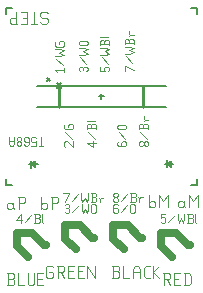
<source format=gbr>
G04 start of page 10 for group -4079 idx -4079 *
G04 Title: (unknown), topsilk *
G04 Creator: pcb 4.2.0 *
G04 CreationDate: Sun Aug 30 22:39:59 2020 UTC *
G04 For: commonadmin *
G04 Format: Gerber/RS-274X *
G04 PCB-Dimensions (mil): 1000.00 1250.00 *
G04 PCB-Coordinate-Origin: lower left *
%MOIN*%
%FSLAX25Y25*%
%LNTOPSILK*%
%ADD99C,0.0250*%
%ADD98C,0.0100*%
%ADD97C,0.0040*%
%ADD96C,0.0030*%
%ADD95C,0.0060*%
G54D95*X32672Y89543D02*X31098Y87969D01*
X32672D02*X31098Y89543D01*
G54D96*X61205Y68500D02*X61580Y68875D01*
X60605Y68500D02*X61205D01*
X60605D02*X60080Y69025D01*
Y69475D02*Y69025D01*
Y69475D02*X60605Y70000D01*
X61205D01*
X61580Y69625D02*X61205Y70000D01*
X61580Y69625D02*Y68875D01*
X59555Y68500D02*X60080Y69025D01*
X58955Y68500D02*X59555D01*
X58955D02*X58580Y68875D01*
Y69625D02*Y68875D01*
Y69625D02*X58955Y70000D01*
X59555D01*
X60080Y69475D02*X59555Y70000D01*
X61205Y70900D02*X58955Y73150D01*
X61580Y75550D02*Y74050D01*
Y75550D02*X61205Y75925D01*
X60305D02*X61205D01*
X59930Y75550D02*X60305Y75925D01*
X59930Y75550D02*Y74425D01*
X58580D02*X61580D01*
X58580Y75550D02*Y74050D01*
Y75550D02*X58955Y75925D01*
X59555D01*
X59930Y75550D02*X59555Y75925D01*
X60455Y77200D02*X61580D01*
X60455D02*X60080Y77575D01*
Y78325D02*Y77575D01*
Y76825D02*X60455Y77200D01*
X56698Y93718D02*X53698Y95218D01*
Y93343D01*
X56323Y96118D02*X54073Y98368D01*
X53698Y99268D02*X55198D01*
X56698Y99643D01*
X55198Y100393D01*
X56698Y101143D01*
X55198Y101518D01*
X53698D02*X55198D01*
X56698Y103918D02*Y102418D01*
Y103918D02*X56323Y104293D01*
X55423D02*X56323D01*
X55048Y103918D02*X55423Y104293D01*
X55048Y103918D02*Y102793D01*
X53698D02*X56698D01*
X53698Y103918D02*Y102418D01*
Y103918D02*X54073Y104293D01*
X54673D01*
X55048Y103918D02*X54673Y104293D01*
X55573Y105568D02*X56698D01*
X55573D02*X55198Y105943D01*
Y106693D02*Y105943D01*
Y105193D02*X55573Y105568D01*
X51316Y69625D02*X51691Y70000D01*
X51316Y69625D02*Y68875D01*
X51691Y68500D02*X51316Y68875D01*
X51691Y68500D02*X53941D01*
X54316Y68875D01*
X52666Y69625D02*X53041Y70000D01*
X52666Y69625D02*Y68500D01*
X54316Y69625D02*Y68875D01*
Y69625D02*X53941Y70000D01*
X53041D02*X53941D01*
Y70900D02*X51691Y73150D01*
Y74050D02*X53941D01*
X51691D02*X51316Y74425D01*
Y75175D02*Y74425D01*
Y75175D02*X51691Y75550D01*
X53941D01*
X54316Y75175D02*X53941Y75550D01*
X54316Y75175D02*Y74425D01*
X53941Y74050D02*X54316Y74425D01*
X45647Y94843D02*Y93343D01*
X47147D01*
X46772Y93718D01*
Y94468D02*Y93718D01*
Y94468D02*X47147Y94843D01*
X48272D01*
X48647Y94468D02*X48272Y94843D01*
X48647Y94468D02*Y93718D01*
X48272Y93343D02*X48647Y93718D01*
X48272Y95743D02*X46022Y97993D01*
X45647Y98893D02*X47147D01*
X48647Y99268D01*
X47147Y100018D01*
X48647Y100768D01*
X47147Y101143D01*
X45647D02*X47147D01*
X48647Y103543D02*Y102043D01*
Y103543D02*X48272Y103918D01*
X47372D02*X48272D01*
X46997Y103543D02*X47372Y103918D01*
X46997Y103543D02*Y102418D01*
X45647D02*X48647D01*
X45647Y103543D02*Y102043D01*
Y103543D02*X46022Y103918D01*
X46622D01*
X46997Y103543D02*X46622Y103918D01*
X45647Y104818D02*X48272D01*
X48647Y105193D01*
X43034Y68106D02*X41159Y69606D01*
X43034Y69981D02*Y68106D01*
X41159Y69606D02*X44159D01*
X43784Y70881D02*X41534Y73131D01*
X44159Y75531D02*Y74031D01*
Y75531D02*X43784Y75906D01*
X42884D02*X43784D01*
X42509Y75531D02*X42884Y75906D01*
X42509Y75531D02*Y74406D01*
X41159D02*X44159D01*
X41159Y75531D02*Y74031D01*
Y75531D02*X41534Y75906D01*
X42134D01*
X42509Y75531D02*X42134Y75906D01*
X41159Y76806D02*X43784D01*
X44159Y77181D01*
X38758Y93343D02*X38383Y93718D01*
Y94468D02*Y93718D01*
Y94468D02*X38758Y94843D01*
X41383Y94468D02*X41008Y94843D01*
X41383Y94468D02*Y93718D01*
X41008Y93343D02*X41383Y93718D01*
X39733Y94468D02*Y93718D01*
X38758Y94843D02*X39358D01*
X40108D02*X41008D01*
X40108D02*X39733Y94468D01*
X39358Y94843D02*X39733Y94468D01*
X41008Y95743D02*X38758Y97993D01*
X38383Y98893D02*X39883D01*
X41383Y99268D01*
X39883Y100018D01*
X41383Y100768D01*
X39883Y101143D01*
X38383D02*X39883D01*
X38758Y102043D02*X41008D01*
X38758D02*X38383Y102418D01*
Y103168D02*Y102418D01*
Y103168D02*X38758Y103543D01*
X41008D01*
X41383Y103168D02*X41008Y103543D01*
X41383Y103168D02*Y102418D01*
X41008Y102043D02*X41383Y102418D01*
X33876Y68106D02*X33501Y68481D01*
Y69606D02*Y68481D01*
Y69606D02*X33876Y69981D01*
X34626D01*
X36501Y68106D02*X34626Y69981D01*
X36501D02*Y68106D01*
X36126Y70881D02*X33876Y73131D01*
X33501Y75531D02*X33876Y75906D01*
X33501Y75531D02*Y74406D01*
X33876Y74031D02*X33501Y74406D01*
X33876Y74031D02*X36126D01*
X36501Y74406D01*
Y75531D02*Y74406D01*
Y75531D02*X36126Y75906D01*
X35376D02*X36126D01*
X35001Y75531D02*X35376Y75906D01*
X35001Y75531D02*Y74781D01*
X31030Y93283D02*X30430Y93883D01*
X33430D01*
Y94408D02*Y93283D01*
X33055Y95308D02*X30805Y97558D01*
X30430Y98458D02*X31930D01*
X33430Y98833D01*
X31930Y99583D01*
X33430Y100333D01*
X31930Y100708D01*
X30430D02*X31930D01*
X30430Y103108D02*X30805Y103483D01*
X30430Y103108D02*Y101983D01*
X30805Y101608D02*X30430Y101983D01*
X30805Y101608D02*X33055D01*
X33430Y101983D01*
Y103108D02*Y101983D01*
Y103108D02*X33055Y103483D01*
X32305D02*X33055D01*
X31930Y103108D02*X32305Y103483D01*
X31930Y103108D02*Y102358D01*
X25011Y68600D02*X26511D01*
X25761Y71600D02*Y68600D01*
X22611D02*X24111D01*
Y70100D02*Y68600D01*
Y70100D02*X23736Y69725D01*
X22986D02*X23736D01*
X22986D02*X22611Y70100D01*
Y71225D02*Y70100D01*
X22986Y71600D02*X22611Y71225D01*
X22986Y71600D02*X23736D01*
X24111Y71225D02*X23736Y71600D01*
X20586Y68600D02*X20211Y68975D01*
X20586Y68600D02*X21336D01*
X21711Y68975D02*X21336Y68600D01*
X21711Y71225D02*Y68975D01*
Y71225D02*X21336Y71600D01*
X20586Y69950D02*X20211Y70325D01*
X20586Y69950D02*X21711D01*
X20586Y71600D02*X21336D01*
X20586D02*X20211Y71225D01*
Y70325D01*
X19311Y71225D02*X18936Y71600D01*
X19311Y71225D02*Y70625D01*
X18786Y70100D01*
X18336D02*X18786D01*
X18336D02*X17811Y70625D01*
Y71225D02*Y70625D01*
X18186Y71600D02*X17811Y71225D01*
X18186Y71600D02*X18936D01*
X19311Y69575D02*X18786Y70100D01*
X19311Y69575D02*Y68975D01*
X18936Y68600D01*
X18186D02*X18936D01*
X18186D02*X17811Y68975D01*
Y69575D02*Y68975D01*
X18336Y70100D02*X17811Y69575D01*
X16911Y71600D02*Y69350D01*
X16386Y68600D01*
X15561D02*X16386D01*
X15561D02*X15036Y69350D01*
Y71600D02*Y69350D01*
Y70100D02*X16911D01*
X17575Y43935D02*X19075Y45810D01*
X17575Y43935D02*X19450D01*
X19075Y45810D02*Y42810D01*
X20350Y43185D02*X22600Y45435D01*
X23500Y42810D02*X25000D01*
X25375Y43185D01*
Y44085D02*Y43185D01*
X25000Y44460D02*X25375Y44085D01*
X23875Y44460D02*X25000D01*
X23875Y45810D02*Y42810D01*
X23500Y45810D02*X25000D01*
X25375Y45435D01*
Y44835D01*
X25000Y44460D02*X25375Y44835D01*
X26275Y45810D02*Y43185D01*
X26650Y42810D01*
G54D97*X15969Y49500D02*X16469Y49000D01*
X14969Y49500D02*X15969D01*
X14469Y49000D02*X14969Y49500D01*
X14469Y49000D02*Y48000D01*
X14969Y47500D01*
X16469Y49500D02*Y48000D01*
X16969Y47500D01*
X14969D02*X15969D01*
X16469Y48000D01*
X18669Y51500D02*Y47500D01*
X18169Y51500D02*X20169D01*
X20669Y51000D01*
Y50000D01*
X20169Y49500D02*X20669Y50000D01*
X18669Y49500D02*X20169D01*
X25969Y51500D02*Y47500D01*
Y48000D02*X26469Y47500D01*
X27469D01*
X27969Y48000D01*
Y49000D02*Y48000D01*
X27469Y49500D02*X27969Y49000D01*
X26469Y49500D02*X27469D01*
X25969Y49000D02*X26469Y49500D01*
X29669Y51500D02*Y47500D01*
X29169Y51500D02*X31169D01*
X31669Y51000D01*
Y50000D01*
X31169Y49500D02*X31669Y50000D01*
X29669Y49500D02*X31169D01*
G54D96*X33811Y48710D02*X34186Y49085D01*
X34936D01*
X35311Y48710D01*
X34936Y46085D02*X35311Y46460D01*
X34186Y46085D02*X34936D01*
X33811Y46460D02*X34186Y46085D01*
Y47735D02*X34936D01*
X35311Y48710D02*Y48110D01*
Y47360D02*Y46460D01*
Y47360D02*X34936Y47735D01*
X35311Y48110D02*X34936Y47735D01*
X36211Y46460D02*X38461Y48710D01*
X39361Y49085D02*Y47585D01*
X39736Y46085D01*
X40486Y47585D01*
X41236Y46085D01*
X41611Y47585D01*
Y49085D02*Y47585D01*
X42511Y48710D02*Y46460D01*
Y48710D02*X42886Y49085D01*
X43636D01*
X44011Y48710D01*
Y46460D01*
X43636Y46085D02*X44011Y46460D01*
X42886Y46085D02*X43636D01*
X42511Y46460D02*X42886Y46085D01*
X65811Y45822D02*X67311D01*
X65811D02*Y44322D01*
X66186Y44697D01*
X66936D01*
X67311Y44322D01*
Y43197D01*
X66936Y42822D02*X67311Y43197D01*
X66186Y42822D02*X66936D01*
X65811Y43197D02*X66186Y42822D01*
X68211Y43197D02*X70461Y45447D01*
X71361Y45822D02*Y44322D01*
X71736Y42822D01*
X72486Y44322D01*
X73236Y42822D01*
X73611Y44322D01*
Y45822D02*Y44322D01*
X74511Y42822D02*X76011D01*
X76386Y43197D01*
Y44097D02*Y43197D01*
X76011Y44472D02*X76386Y44097D01*
X74886Y44472D02*X76011D01*
X74886Y45822D02*Y42822D01*
X74511Y45822D02*X76011D01*
X76386Y45447D01*
Y44847D01*
X76011Y44472D02*X76386Y44847D01*
X77286Y45822D02*Y43197D01*
X77661Y42822D01*
G54D97*X61969Y52000D02*Y48000D01*
Y48500D02*X62469Y48000D01*
X63469D01*
X63969Y48500D01*
Y49500D02*Y48500D01*
X63469Y50000D02*X63969Y49500D01*
X62469Y50000D02*X63469D01*
X61969Y49500D02*X62469Y50000D01*
X65169Y52000D02*Y48000D01*
Y52000D02*X66669Y50000D01*
X68169Y52000D01*
Y48000D01*
X72969Y50000D02*X73469Y49500D01*
X71969Y50000D02*X72969D01*
X71469Y49500D02*X71969Y50000D01*
X71469Y49500D02*Y48500D01*
X71969Y48000D01*
X73469Y50000D02*Y48500D01*
X73969Y48000D01*
X71969D02*X72969D01*
X73469Y48500D01*
X75169Y52000D02*Y48000D01*
Y52000D02*X76669Y50000D01*
X78169Y52000D01*
Y48000D01*
G54D96*X51094Y49152D02*X51469Y48777D01*
X50344Y49152D02*X51094D01*
X49969Y48777D02*X50344Y49152D01*
X49969Y48777D02*Y46527D01*
X50344Y46152D01*
X51094Y47802D02*X51469Y47427D01*
X49969Y47802D02*X51094D01*
X50344Y46152D02*X51094D01*
X51469Y46527D01*
Y47427D02*Y46527D01*
X52369D02*X54619Y48777D01*
X55519D02*Y46527D01*
Y48777D02*X55894Y49152D01*
X56644D01*
X57019Y48777D01*
Y46527D01*
X56644Y46152D02*X57019Y46527D01*
X55894Y46152D02*X56644D01*
X55519Y46527D02*X55894Y46152D01*
X49969Y50264D02*X50344Y49889D01*
X49969Y50864D02*Y50264D01*
Y50864D02*X50494Y51389D01*
X50944D01*
X51469Y50864D01*
Y50264D01*
X51094Y49889D02*X51469Y50264D01*
X50344Y49889D02*X51094D01*
X49969Y51914D02*X50494Y51389D01*
X49969Y52514D02*Y51914D01*
Y52514D02*X50344Y52889D01*
X51094D01*
X51469Y52514D01*
Y51914D01*
X50944Y51389D02*X51469Y51914D01*
X52369Y50264D02*X54619Y52514D01*
X55519Y49889D02*X57019D01*
X57394Y50264D01*
Y51164D02*Y50264D01*
X57019Y51539D02*X57394Y51164D01*
X55894Y51539D02*X57019D01*
X55894Y52889D02*Y49889D01*
X55519Y52889D02*X57019D01*
X57394Y52514D01*
Y51914D01*
X57019Y51539D02*X57394Y51914D01*
X58669Y51014D02*Y49889D01*
Y51014D02*X59044Y51389D01*
X59794D01*
X58294D02*X58669Y51014D01*
X33686Y49770D02*X35186Y52770D01*
X33311D02*X35186D01*
X36086Y50145D02*X38336Y52395D01*
X39236Y52770D02*Y51270D01*
X39611Y49770D01*
X40361Y51270D01*
X41111Y49770D01*
X41486Y51270D01*
Y52770D02*Y51270D01*
X42386Y49770D02*X43886D01*
X44261Y50145D01*
Y51045D02*Y50145D01*
X43886Y51420D02*X44261Y51045D01*
X42761Y51420D02*X43886D01*
X42761Y52770D02*Y49770D01*
X42386Y52770D02*X43886D01*
X44261Y52395D01*
Y51795D01*
X43886Y51420D02*X44261Y51795D01*
X45536Y50895D02*Y49770D01*
Y50895D02*X45911Y51270D01*
X46661D01*
X45161D02*X45536Y50895D01*
G54D95*X69213Y62520D02*X70000D01*
X67047D02*X67835D01*
Y63701D02*Y61339D01*
X69213Y63504D02*Y61535D01*
X68228Y62520D02*X69213Y63504D01*
Y61535D02*X68228Y62520D01*
X23917Y61461D02*X22933Y62445D01*
X23917Y63429D01*
Y61461D01*
X22539Y63626D02*Y61264D01*
X21752Y62445D02*X22539D01*
X23917D02*X24705D01*
G54D98*X32008Y88543D02*Y81457D01*
X59961Y88543D02*Y81457D01*
G54D95*X24528Y88543D02*X67638D01*
X24528Y81457D02*X67638D01*
X45197Y85000D02*X46772D01*
X45984Y85787D02*Y84213D01*
X77874Y114528D02*Y112559D01*
X75906Y114528D02*X77874D01*
X14094D02*Y112559D01*
Y114528D02*X16063D01*
X77874Y57441D02*Y55472D01*
X75906D02*X77874D01*
X14094Y57441D02*Y55472D01*
X16063D01*
X28858Y90118D02*X27874Y91102D01*
X28858D02*X27874Y90118D01*
G54D99*X49925Y41480D02*Y37543D01*
X53469Y34000D01*
X49925Y42000D02*X54917D01*
X59374Y37937D02*X58980D01*
X54917Y42000D02*X58980Y37937D01*
X65925Y38980D02*Y35043D01*
X69469Y31500D01*
X65925Y39500D02*X70917D01*
X75374Y35437D02*X74980D01*
X70917Y39500D02*X74980Y35437D01*
X33925Y41480D02*Y37543D01*
X37469Y34000D01*
X33925Y42000D02*X38917D01*
X43374Y37937D02*X42980D01*
X38917Y42000D02*X42980Y37937D01*
X17925Y38980D02*Y35043D01*
X21469Y31500D01*
X17925Y39500D02*X22917D01*
X27374Y35437D02*X26980D01*
X22917Y39500D02*X26980Y35437D01*
G54D97*X26105Y109261D02*X25605Y109761D01*
X26105Y109261D02*X27605D01*
X28105Y109761D02*X27605Y109261D01*
X28105Y110761D02*Y109761D01*
Y110761D02*X27605Y111261D01*
X26105D02*X27605D01*
X26105D02*X25605Y111761D01*
Y112761D02*Y111761D01*
X26105Y113261D02*X25605Y112761D01*
X26105Y113261D02*X27605D01*
X28105Y112761D02*X27605Y113261D01*
X22405Y109261D02*X24405D01*
X23405Y113261D02*Y109261D01*
X19705Y111061D02*X21205D01*
X19205Y113261D02*X21205D01*
Y109261D01*
X19205D02*X21205D01*
X17505Y113261D02*Y109261D01*
X16005D02*X18005D01*
X16005D02*X15505Y109761D01*
Y110761D02*Y109761D01*
X16005Y111261D02*X15505Y110761D01*
X16005Y111261D02*X17505D01*
X49469Y24500D02*X51469D01*
X51969Y25000D01*
Y26200D02*Y25000D01*
X51469Y26700D02*X51969Y26200D01*
X49969Y26700D02*X51469D01*
X49969Y28500D02*Y24500D01*
X49469Y28500D02*X51469D01*
X51969Y28000D01*
Y27200D01*
X51469Y26700D02*X51969Y27200D01*
X53169Y28500D02*Y24500D01*
X55169D01*
X56369Y27500D02*Y24500D01*
Y27500D02*X57069Y28500D01*
X58169D01*
X58869Y27500D01*
Y24500D01*
X56369Y26500D02*X58869D01*
X60769Y24500D02*X62069D01*
X60069Y25200D02*X60769Y24500D01*
X60069Y27800D02*Y25200D01*
Y27800D02*X60769Y28500D01*
X62069D01*
X63269D02*Y24500D01*
Y26500D02*X65269Y28500D01*
X63269Y26500D02*X65269Y24500D01*
X66469Y26000D02*X68469D01*
X68969Y25500D01*
Y24500D01*
X68469Y24000D02*X68969Y24500D01*
X66969Y24000D02*X68469D01*
X66969Y26000D02*Y22000D01*
X67769Y24000D02*X68969Y22000D01*
X70169Y24200D02*X71669D01*
X70169Y22000D02*X72169D01*
X70169Y26000D02*Y22000D01*
Y26000D02*X72169D01*
X73869D02*Y22000D01*
X75169Y26000D02*X75869Y25300D01*
Y22700D01*
X75169Y22000D02*X75869Y22700D01*
X73369Y22000D02*X75169D01*
X73369Y26000D02*X75169D01*
X29469Y28500D02*X29969Y28000D01*
X27969Y28500D02*X29469D01*
X27469Y28000D02*X27969Y28500D01*
X27469Y28000D02*Y25000D01*
X27969Y24500D01*
X29469D01*
X29969Y25000D01*
Y26000D02*Y25000D01*
X29469Y26500D02*X29969Y26000D01*
X28469Y26500D02*X29469D01*
X31169Y28500D02*X33169D01*
X33669Y28000D01*
Y27000D01*
X33169Y26500D02*X33669Y27000D01*
X31669Y26500D02*X33169D01*
X31669Y28500D02*Y24500D01*
X32469Y26500D02*X33669Y24500D01*
X34869Y26700D02*X36369D01*
X34869Y24500D02*X36869D01*
X34869Y28500D02*Y24500D01*
Y28500D02*X36869D01*
X38069Y26700D02*X39569D01*
X38069Y24500D02*X40069D01*
X38069Y28500D02*Y24500D01*
Y28500D02*X40069D01*
X41269D02*Y24500D01*
Y28500D02*X43769Y24500D01*
Y28500D02*Y24500D01*
X14469Y22000D02*X16469D01*
X16969Y22500D01*
Y23700D02*Y22500D01*
X16469Y24200D02*X16969Y23700D01*
X14969Y24200D02*X16469D01*
X14969Y26000D02*Y22000D01*
X14469Y26000D02*X16469D01*
X16969Y25500D01*
Y24700D01*
X16469Y24200D02*X16969Y24700D01*
X18169Y26000D02*Y22000D01*
X20169D01*
X21369Y26000D02*Y22500D01*
X21869Y22000D01*
X22869D01*
X23369Y22500D01*
Y26000D02*Y22500D01*
X24569Y24200D02*X26069D01*
X24569Y22000D02*X26569D01*
X24569Y26000D02*Y22000D01*
Y26000D02*X26569D01*
M02*

</source>
